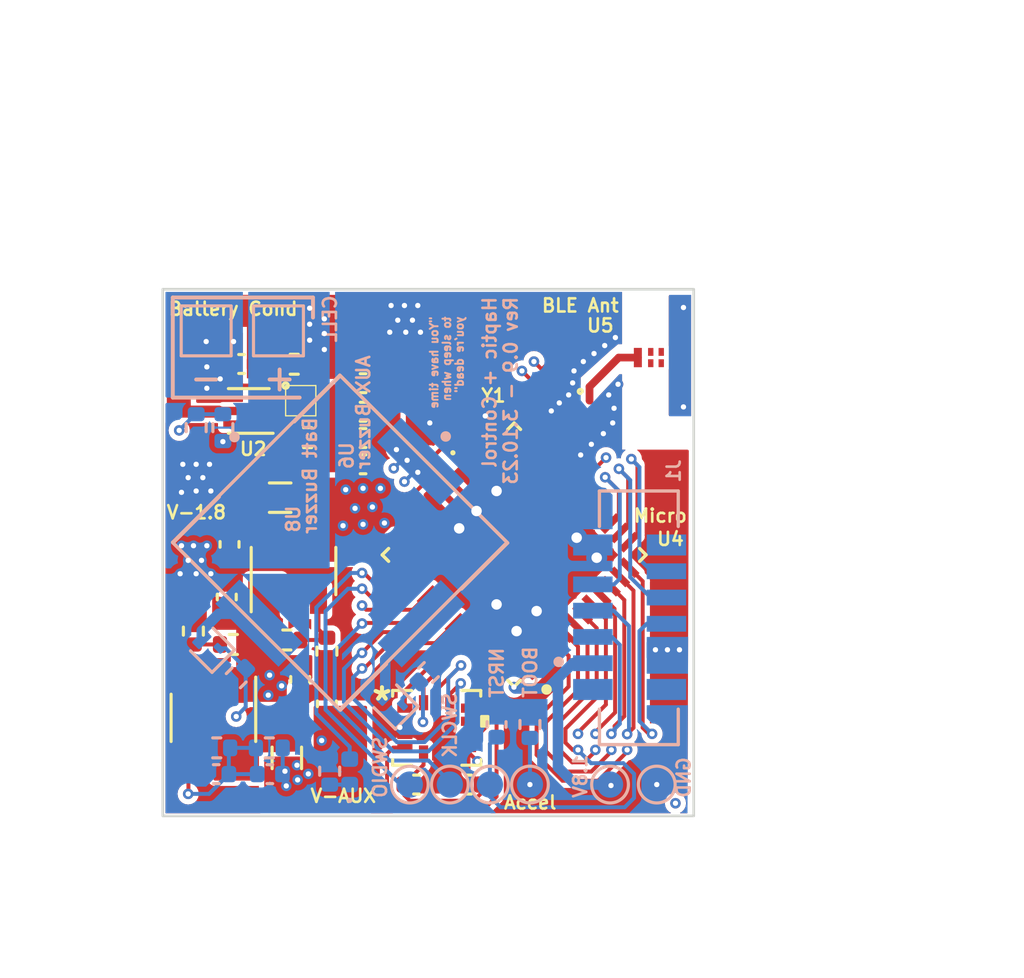
<source format=kicad_pcb>
(kicad_pcb (version 20211014) (generator pcbnew)
  (layers (0 "F.Cu" signal) (1 "In1.Cu" signal) (2 "In2.Cu" signal) (31 "B.Cu" signal) (34 "B.Paste" user) (35 "F.Paste" user) (36 "B.SilkS" user "B.Silkscreen") (37 "F.SilkS" user "F.Silkscreen") (38 "B.Mask" user) (39 "F.Mask" user) (44 "Edge.Cuts" user))
  (net 0 "")
  (net 1 "+BATT")
  (net 2 "GND")
  (net 3 "/CELL-")
  (net 4 "+1V8")
  (net 5 "/NRST")
  (net 6 "Net-(D1-Pad1)")
  (net 7 "/LED_DEBUG")
  (net 8 "/VBATT_BUZZER_LSD")
  (net 9 "/VAUX_BUZZER_LSD")
  (net 10 "/BATT_LVL")
  (net 11 "/ADC_IN_3")
  (net 12 "/ADC_IN_2")
  (net 13 "/BOOT0")
  (net 14 "/SWDIO")
  (net 15 "/SWCLK")
  (net 16 "/ADC_IN_0")
  (net 17 "/ADC_IN_1")
  (net 19 "/RF1")
  (net 20 "/MOSI")
  (net 21 "/SCK")
  (net 22 "/CS")
  (net 25 "/LSM_INT2")
  (net 26 "/LSM_INT1")
  (net 27 "/MISO")
  (net 41 "/RAD_PLANE")
  (net 42 "VAUX")
  (net 43 "/RF_FILT")
  (net 44 "/BATT_FILT")
  (net 45 "/XTAL_FILT1")
  (net 46 "/XTAL_FILT3")
  (net 47 "/VFB_AUX")
  (net 48 "/VSW_AUX")
  (net 49 "/C_GATE")
  (net 50 "/D_GATE")
  (net 51 "/BATT_BUZZER_DRAIN")
  (net 52 "/AUX_BUZZER_DRAIN")
  (net 53 "/VEN_AUX")
  (net 54 "/VEN_1V8")
  (net 55 "/VSW_1V8")
  (net 56 "/DIO_0")
  (net 57 "/DIO_1")
  (net 62 "/V_SENSE-")
  (footprint "Capacitor_SMD:C_0402_1005Metric" (layer "F.Cu") (at 37.0218 44.1452 180)
    (fp_text reference "C3" hide)
    (fp_text value "C_100nF")
  )
  (footprint "Resistor_SMD:R_0402_1005Metric" (layer "F.Cu") (at 30.899 30.9372 180)
    (fp_text reference "R2" hide)
    (fp_text value "R_2.2K")
  )
  (footprint "Capacitor_SMD:C_0402_1005Metric" (layer "F.Cu") (at 33.0098 30.9532 180)
    (fp_text reference "C12" hide)
    (fp_text value "C_100nF")
  )
  (footprint "step_footprints:SOT-23-5" (layer "F.Cu") (at 27.3158 41.6052 -90)
    (fp_text reference "U7" hide)
    (fp_text value "LM3671TL-ADJ/NOPB")
  )
  (footprint "step_footprints:AOCA32116E" (layer "F.Cu") (at 30.3139 29.5315 -90)
    (fp_text reference "Q1" hide)
    (fp_text value "AOCA32116E")
  )
  (footprint "step_footprints:QFN50P700X700X60-49N" (layer "F.Cu") (at 38.758855 35.402041 135)
    (fp_text reference "U4")
    (fp_text value "STM32WB55CEU6TR")
  )
  (footprint "Capacitor_SMD:C_0201_0603Metric" (layer "F.Cu") (at 39.7154 29.1084 -45)
    (fp_text reference "C11" hide)
    (fp_text value "C_100pF")
  )
  (footprint "Capacitor_SMD:C_0201_0603Metric" (layer "F.Cu") (at 40.245731 28.57807 -45)
    (fp_text reference "C13" hide)
    (fp_text value "C_100nF")
  )
  (footprint "Capacitor_SMD:C_0402_1005Metric" (layer "F.Cu") (at 27.9298 35.0012 -90)
    (fp_text reference "C5" hide)
    (fp_text value "C_10uF")
  )
  (footprint "Resistor_SMD:R_0402_1005Metric" (layer "F.Cu") (at 26.5538 38.3032 -90)
    (fp_text reference "R14" hide)
    (fp_text value "R_X")
  )
  (footprint "step_footprints:SOT-23-5" (layer "F.Cu") (at 30.3638 36.0172 90)
    (fp_text reference "U3" hide)
    (fp_text value "LM3671TL-1V8/NOPB")
  )
  (footprint "Capacitor_SMD:C_0402_1005Metric" (layer "F.Cu") (at 31.6338 41.0692 90)
    (fp_text reference "C18" hide)
    (fp_text value "C_10uF")
  )
  (footprint "Resistor_SMD:R_0402_1005Metric" (layer "F.Cu") (at 31.6338 39.0652 90)
    (fp_text reference "R16" hide)
    (fp_text value "R_X")
  )
  (footprint "Capacitor_SMD:C_0402_1005Metric" (layer "F.Cu") (at 30.6178 40.1412 -90)
    (fp_text reference "C15" hide)
    (fp_text value "C_4.7uF")
  )
  (footprint "step_footprints:LSM6DSO32TR" (layer "F.Cu") (at 35.811801 41.9862)
    (fp_text reference "U1" hide)
    (fp_text value "LSM6DSO32TR" hide)
  )
  (footprint "step_footprints:OSCSC105P160X120X35-4N" (layer "F.Cu") (at 36.570006 30.241929 45)
    (fp_text reference "Y1")
    (fp_text value "NX1612SA-32.000MHZ-CHP-CIS-3")
  )
  (footprint "Inductor_SMD:L_0805_2012Metric_Pad1.05x1.20mm_HandSolder" (layer "F.Cu") (at 29.8558 33.2232)
    (fp_text reference "L1" hide)
    (fp_text value "L_2.2uH")
  )
  (footprint "Resistor_SMD:R_0402_1005Metric" (layer "F.Cu") (at 28.0758 38.8112)
    (fp_text reference "R13" hide)
    (fp_text value "R_10k")
  )
  (footprint "Capacitor_SMD:C_0402_1005Metric" (layer "F.Cu") (at 27.8238 37.0052 90)
    (fp_text reference "C1" hide)
    (fp_text value "C_4.7uF")
  )
  (footprint "Capacitor_SMD:C_0402_1005Metric" (layer "F.Cu") (at 33.0098 31.9532 180)
    (fp_text reference "C14" hide)
    (fp_text value "C_100nF")
  )
  (footprint "Resistor_SMD:R_0402_1005Metric" (layer "F.Cu") (at 30.391 28.1432)
    (fp_text reference "R1" hide)
    (fp_text value "R_330")
  )
  (footprint "Capacitor_SMD:C_0402_1005Metric" (layer "F.Cu") (at 33.0098 29.9532 180)
    (fp_text reference "C10" hide)
    (fp_text value "C_100nF")
  )
  (footprint "Capacitor_SMD:C_0402_1005Metric" (layer "F.Cu") (at 28.387 28.1332 180)
    (fp_text reference "C2" hide)
    (fp_text value "C_0.1uF")
  )
  (footprint "Capacitor_SMD:C_0201_0603Metric" (layer "F.Cu") (at 35.539752 29.169248 -135)
    (fp_text reference "C8" hide)
    (fp_text value "C_100pF")
  )
  (footprint "Resistor_SMD:R_0402_1005Metric" (layer "F.Cu") (at 30.1098 38.6412 180)
    (fp_text reference "R15" hide)
    (fp_text value "R_10k")
  )
  (footprint "Inductor_SMD:L_0805_2012Metric_Pad1.05x1.20mm_HandSolder" (layer "F.Cu") (at 30.1098 43.1292 -90)
    (fp_text reference "L2" hide)
    (fp_text value "L_2.2uH")
  )
  (footprint "Package_SON:WSON-6_1.5x1.5mm_P0.5mm" (layer "F.Cu") (at 28.641 29.9212 180)
    (fp_text reference "U2")
    (fp_text value "BQ297xy")
  )
  (footprint "Capacitor_SMD:C_0402_1005Metric" (layer "F.Cu") (at 35.0418 44.1452)
    (fp_text reference "C4" hide)
    (fp_text value "C_100nF")
  )
  (footprint "step_footprints:ANT016008LCS2442MA2" (layer "F.Cu") (at 44.156199 27.8892 180)
    (fp_text reference "U5")
    (fp_text value "ANT016008LCS2442MA2")
  )
  (footprint "Capacitor_SMD:C_0201_0603Metric" (layer "F.Cu") (at 35.362975 31.467345 135)
    (fp_text reference "C6" hide)
    (fp_text value "C_100pF")
  )
  (footprint "step_footprints:MLPF-WB55-01E3" (layer "F.Cu") (at 41.3918 30.1244 -45)
    (fp_text reference "AE1" hide)
    (fp_text value "MLPF-WB55-01E3" hide)
  )
  (footprint "Capacitor_SMD:C_0402_1005Metric" (layer "F.Cu") (at 33.0098 28.865364 180)
    (fp_text reference "C9" hide)
    (fp_text value "C_100nF")
  )
  (footprint "Package_TO_SOT_SMD:SOT-883" (layer "B.Cu") (at 34.100649 41.030735 135)
    (fp_text reference "Q2" hide)
    (fp_text value "SSM3K35CTC")
  )
  (footprint "Resistor_SMD:R_0402_1005Metric" (layer "B.Cu") (at 27.6758 30.5562 -90)
    (fp_text reference "R4" hide)
    (fp_text value "R_100K")
  )
  (footprint "Resistor_SMD:R_0402_1005Metric" (layer "B.Cu") (at 39.3598 41.8592 -90)
    (fp_text reference "R10" hide)
    (fp_text value "R_10K")
  )
  (footprint "step_footprints:SPKR_PKMCS0909E4000-R1" (layer "B.Cu") (at 32.124993 34.924161 -135)
    (fp_text reference "U6")
    (fp_text value "PKMCS0909E4000-R1")
  )
  (footprint "Capacitor_SMD:C_0402_1005Metric" (layer "B.Cu") (at 38.0898 41.8592 90)
    (fp_text reference "C7" hide)
    (fp_text value "C_10nF")
  )
  (footprint "TestPoint:TestPoint_Pad_D1.0mm" (layer "B.Cu") (at 44.1858 44.1452 180)
    (fp_text reference "TP8" hide)
    (fp_text value "Test_Point_SMD")
  )
  (footprint "Resistor_SMD:R_0402_1005Metric" (layer "B.Cu") (at 35.499 39.878 -135)
    (fp_text reference "R11" hide)
    (fp_text value "R_10K")
  )
  (footprint "Resistor_SMD:R_0402_1005Metric" (layer "B.Cu") (at 31.7398 43.6372 90)
    (fp_text reference "R5" hide)
    (fp_text value "R_1K")
  )
  (footprint "Resistor_SMD:R_0402_1005Metric" (layer "B.Cu") (at 27.4428 42.7482)
    (fp_text reference "R18" hide)
    (fp_text value "R_X")
  )
  (footprint "Package_TO_SOT_SMD:SOT-883" (layer "B.Cu") (at 27.121838 38.870188 135)
    (fp_text reference "Q3" hide)
    (fp_text value "SSM3K35CTC")
  )
  (footprint "TestPoint:TestPoint_Pad_D1.0mm" (layer "B.Cu") (at 37.8358 44.1452 180)
    (fp_text reference "TP3" hide)
    (fp_text value "Test_Point_SMD")
  )
  (footprint "LED_SMD:LED_0402_1005Metric" (layer "B.Cu") (at 32.5018 43.6602 90)
    (fp_text reference "D1" hide)
    (fp_text value "LED_Amber")
  )
  (footprint "TestPoint:TestPoint_Pad_D1.0mm" (layer "B.Cu") (at 36.3118 44.1452 180)
    (fp_text reference "TP5" hide)
    (fp_text value "Test_Point_SMD")
  )
  (footprint "step_footprints:SPKR_PKMCS0909E4000-R1" (layer "B.Cu") (at 32.14762 34.946789 -45)
    (fp_text reference "U8")
    (fp_text value "PKMCS0909E4000-R1")
  )
  (footprint "TestPoint:TestPoint_Pad_D1.0mm" (layer "B.Cu") (at 42.4078 44.1452 180)
    (fp_text reference "TP7" hide)
    (fp_text value "Test_Point_SMD")
  )
  (footprint "TestPoint:TestPoint_Pad_D1.0mm" (layer "B.Cu") (at 39.3598 44.1452 180)
    (fp_text reference "TP6" hide)
    (fp_text value "Test_Point_SMD")
  )
  (footprint "TestPoint:TestPoint_Pad_1.5x1.5mm" (layer "B.Cu") (at 29.7908 26.8732 180)
    (fp_text reference "TP2" hide)
    (fp_text value "Test_Point_SMD")
  )
  (footprint "Resistor_SMD:R_0402_1005Metric" (layer "B.Cu") (at 29.4428 42.7482)
    (fp_text reference "R17" hide)
    (fp_text value "R_10k")
  )
  (footprint "step_footprints:tbf" (layer "B.Cu") (at 43.2933 37.7952)
    (fp_text reference "J1")
    (fp_text value "CONN_FFC_FPC_VERT_8POS_0.5MM_SMD")
  )
  (footprint "TestPoint:TestPoint_Pad_1.5x1.5mm" (layer "B.Cu") (at 27.0408 26.8732 180)
    (fp_text reference "TP1" hide)
    (fp_text value "Test_Point_SMD")
  )
  (footprint "Resistor_SMD:R_0402_1005Metric" (layer "B.Cu") (at 28.1838 40.0812 45)
    (fp_text reference "R12" hide)
    (fp_text value "R_10K")
  )
  (footprint "TestPoint:TestPoint_Pad_D1.0mm" (layer "B.Cu") (at 34.7878 44.1452 180)
    (fp_text reference "TP4" hide)
    (fp_text value "Test_Point_SMD")
  )
  (footprint "Capacitor_SMD:C_0402_1005Metric" (layer "B.Cu") (at 27.4228 43.7482 180)
    (fp_text reference "C17" hide)
    (fp_text value "C_XF")
  )
  (footprint "Capacitor_SMD:C_0402_1005Metric" (layer "B.Cu") (at 29.4628 43.7482 180)
    (fp_text reference "C16" hide)
    (fp_text value "C_XF")
  )
  (footprint "Resistor_SMD:R_0402_1005Metric" (layer "B.Cu") (at 26.6598 30.5562 90)
    (fp_text reference "R3" hide)
    (fp_text value "R_200K")
  )
  (gr_line (start 31.1048 26.3652) (end 31.1048 25.6032) (layer "B.SilkS") (width 0.15))
  (gr_line (start 25.7708 29.4132) (end 30.5968 29.4132) (layer "B.SilkS") (width 0.15))
  (gr_line (start 25.7708 25.6032) (end 25.7708 29.4132) (layer "B.SilkS") (width 0.15))
  (gr_line (start 31.1048 25.6032) (end 25.7708 25.6032) (layer "B.SilkS") (width 0.15))
  (gr_rect (start 25.3898 25.2882) (end 45.593 45.339) (layer "Edge.Cuts") (width 0.1) (fill none))
  (gr_text "NRST" (at 38.1 40.894 90) (layer "B.SilkS") (effects (font (size 0.5 0.5) (thickness 0.1)) (justify right mirror)))
  (gr_text "GND" (at 45.212 44.704 90) (layer "B.SilkS") (effects (font (size 0.5 0.5) (thickness 0.1)) (justify right mirror)))
  (gr_text "+" (at 29.8348 28.6512) (layer "B.SilkS") (effects (font (size 1 1)) (justify mirror)))
  (gr_text "{dblquote}You have time\nto sleep when\nyou're dead{dblquote}" (at 36.195 26.289 90) (layer "B.SilkS") (effects (font (size 0.3 0.3) (thickness 0.075)) (justify left mirror)))
  (gr_text "-" (at 27.0408 28.6512) (layer "B.SilkS") (effects (font (size 1 1)) (justify mirror)))
  (gr_text "SWCLK" (at 36.3118 43.18 90) (layer "B.SilkS") (effects (font (size 0.5 0.5) (thickness 0.1)) (justify right mirror)))
  (gr_text "AUX Buzzer" (at 33.02 29.972 90) (layer "B.SilkS") (effects (font (size 0.5 0.5) (thickness 0.1)) (justify mirror)))
  (gr_text "BOOT" (at 39.37 40.894 90) (layer "B.SilkS") (effects (font (size 0.5 0.5) (thickness 0.1)) (justify right mirror)))
  (gr_text "SWDIO" (at 33.655 44.704 90) (layer "B.SilkS") (effects (font (size 0.5 0.5) (thickness 0.1)) (justify right mirror)))
  (gr_text "Batt Buzzer" (at 30.988 32.385 90) (layer "B.SilkS") (effects (font (size 0.5 0.5) (thickness 0.1)) (justify mirror)))
  (gr_text "Haptic + Control\nRev 0.9 - 3.10.23" (at 38.227 25.527 90) (layer "B.SilkS") (effects (font (size 0.5 0.5) (thickness 0.1)) (justify left mirror)))
  (gr_text "1.8V" (at 41.275 44.704 90) (layer "B.SilkS") (effects (font (size 0.5 0.5) (thickness 0.1)) (justify right mirror)))
  (gr_text "CELL" (at 31.75 26.416 90) (layer "B.SilkS") (effects (font (size 0.5 0.5) (thickness 0.1)) (justify mirror)))
  (gr_text "Accel" (at 39.37 44.831) (layer "F.SilkS") (effects (font (size 0.5 0.5) (thickness 0.1))))
  (gr_text "V-AUX" (at 32.258 44.577) (layer "F.SilkS") (effects (font (size 0.5 0.5) (thickness 0.1))))
  (gr_text "Micro" (at 44.323 33.909) (layer "F.SilkS") (effects (font (size 0.5 0.5) (thickness 0.1))))
  (gr_text "BLE Ant" (at 41.275 25.908) (layer "F.SilkS") (effects (font (size 0.5 0.5) (thickness 0.1))))
  (gr_text "Battery Cond" (at 28.067 26.035) (layer "F.SilkS") (effects (font (size 0.5 0.5) (thickness 0.1))))
  (gr_text "V-1.8" (at 26.67 33.782) (layer "F.SilkS") (effects (font (size 0.5 0.5) (thickness 0.1))))
  (via (at 26.6598 31.9532) (size 0.4) (drill 0.2) (layers "F.Cu" "B.Cu") (net 1))
  (via (at 31.5366 26.416) (size 0.4) (drill 0.2) (layers "F.Cu" "B.Cu") (net 1))
  (via (at 27.1678 31.9532) (size 0.4) (drill 0.2) (layers "F.Cu" "B.Cu") (net 1))
  (via (at 29.911 40.386) (size 0.4) (drill 0.2) (layers "F.Cu" "B.Cu") (net 1))
  (via (at 30.9778 27.2288) (size 0.4) (drill 0.2) (layers "F.Cu" "B.Cu") (net 1))
  (via (at 26.6598 32.9692) (size 0.4) (drill 0.2) (layers "F.Cu" "B.Cu") (net 1))
  (via (at 30.9778 26.0096) (size 0.4) (drill 0.2) (layers "F.Cu" "B.Cu") (net 1))
  (via (at 31.5366 27.5844) (size 0.4) (drill 0.2) (layers "F.Cu" "B.Cu") (net 1))
  (via (at 26.9138 32.4612) (size 0.4) (drill 0.2) (layers "F.Cu" "B.Cu") (net 1))
  (via (at 26.355 32.4612) (size 0.4) (drill 0.2) (layers "F.Cu" "B.Cu") (net 1))
  (via (at 29.403 40.7416) (size 0.4) (drill 0.2) (layers "F.Cu" "B.Cu") (net 1))
  (via (at 26.101 33.02) (size 0.4) (drill 0.2) (layers "F.Cu" "B.Cu") (net 1))
  (via (at 29.4538 39.9796) (size 0.4) (drill 0.2) (layers "F.Cu" "B.Cu") (net 1))
  (via (at 31.5366 26.9748) (size 0.4) (drill 0.2) (layers "F.Cu" "B.Cu") (net 1))
  (via (at 27.2186 32.9692) (size 0.4) (drill 0.2) (layers "F.Cu" "B.Cu") (net 1))
  (via (at 26.1518 31.9532) (size 0.4) (drill 0.2) (layers "F.Cu" "B.Cu") (net 1))
  (via (at 30.9778 26.6192) (size 0.4) (drill 0.2) (layers "F.Cu" "B.Cu") (net 1))
  (segment (start 36.6674 34.3916) (end 37.677841 35.402041) (width 0.15) (layer "F.Cu") (net 2))
  (segment (start 36.1594 33.8836) (end 36.6674 34.3916) (width 0.15) (layer "F.Cu") (net 2))
  (segment (start 40.2686 31.417422) (end 40.2686 30.4236) (width 0.15) (layer "F.Cu") (net 2))
  (segment (start 35.93361 30.444162) (end 35.136701 31.241071) (width 0.15) (layer "F.Cu") (net 2))
  (segment (start 39.563 29.718) (end 39.563 29.713348) (width 0.15) (layer "F.Cu") (net 2))
  (segment (start 38.758855 32.927167) (end 38.758855 35.402041) (width 0.15) (layer "F.Cu") (net 2))
  (segment (start 40.472005 28.804344) (end 39.941674 29.334674) (width 0.15) (layer "F.Cu") (net 2))
  (segment (start 35.93361 30.347995) (end 35.93361 30.015654) (width 0.15) (layer "F.Cu") (net 2))
  (segment (start 37.677841 35.402041) (end 38.758855 35.402041) (width 0.15) (layer "F.Cu") (net 2))
  (segment (start 35.93361 30.015654) (end 35.313478 29.395522) (width 0.15) (layer "F.Cu") (net 2))
  (segment (start 36.3118 43.9152) (end 36.5418 44.1452) (width 0.15) (layer "F.Cu") (net 2))
  (segment (start 35.580205 30.347995) (end 35.5498 30.3784) (width 0.15) (layer "F.Cu") (net 2))
  (segment (start 35.811801 42.9425) (end 35.811801 42.428441) (width 0.15) (layer "F.Cu") (net 2))
  (segment (start 36.1594 33.863246) (end 36.1594 33.8836) (width 0.15) (layer "F.Cu") (net 2))
  (segment (start 39.95033 31.735692) (end 40.2686 31.417422) (width 0.15) (layer "F.Cu") (net 2))
  (segment (start 35.799613 33.503459) (end 36.1594 33.863246) (width 0.15) (layer "F.Cu") (net 2))
  (segment (start 39.95033 31.735692) (end 38.758855 32.927167) (width 0.15) (layer "F.Cu") (net 2))
  (segment (start 37.206402 30.135863) (end 37.635522 30.135863) (width 0.15) (layer "F.Cu") (net 2))
  (segment (start 35.93361 30.347995) (end 35.580205 30.347995) (width 0.15) (layer "F.Cu") (net 2))
  (segment (start 37.635522 30.135863) (end 37.65987 30.111515) (width 0.15) (layer "F.Cu") (net 2))
  (segment (start 34.601501 42.2362) (end 34.601501 41.7362) (width 0.15) (layer "F.Cu") (net 2))
  (segment (start 39.563 29.713348) (end 39.941674 29.334674) (width 0.15) (layer "F.Cu") (net 2))
  (segment (start 36.3118 42.9425) (end 36.3118 43.9152) (width 0.15) (layer "F.Cu") (net 2))
  (segment (start 35.811801 43.855199) (end 35.5218 44.1452) (width 0.15) (layer "F.Cu") (net 2))
  (segment (start 36.3118 42.9425) (end 35.811801 42.9425) (width 0.15) (layer "F.Cu") (net 2))
  (segment (start 40.2686 30.4236) (end 39.563 29.718) (width 0.15) (layer "F.Cu") (net 2))
  (segment (start 35.61956 42.2362) (end 34.601501 42.2362) (width 0.15) (layer "F.Cu") (net 2))
  (segment (start 35.811801 42.9425) (end 35.811801 43.855199) (width 0.15) (layer "F.Cu") (net 2))
  (segment (start 35.93361 30.347995) (end 35.93361 30.444162) (width 0.15) (layer "F.Cu") (net 2))
  (segment (start 35.811801 42.428441) (end 35.61956 42.2362) (width 0.15) (layer "F.Cu") (net 2))
  (via (at 41.6966 31.1912) (size 0.4) (drill 0.2) (layers "F.Cu" "B.Cu") (net 2))
  (via (at 42.1538 30.7848) (size 0.4) (drill 0.2) (layers "F.Cu" "B.Cu") (net 2))
  (via (at 26.101 35.052) (size 0.4) (drill 0.2) (layers "F.Cu" "B.Cu") (net 2))
  (via (at 27.6758 31.0896) (size 0.4) (drill 0.2) (layers "F.Cu" "B.Cu") (net 2))
  (via (at 34.5846 25.908) (size 0.4) (drill 0.2) (layers "F.Cu" "B.Cu") (net 2))
  (via (at 37.3278 33.7312) (size 0.8) (drill 0.4) (layers "F.Cu" "B.Cu") (net 2))
  (via (at 35.0926 25.908) (size 0.4) (drill 0.2) (layers "F.Cu" "B.Cu") (net 2))
  (via (at 35.5498 30.3784) (size 0.4) (drill 0.2) (layers "F.Cu" "B.Cu") (net 2))
  (via (at 26.0502 36.1188) (size 0.4) (drill 0.2) (layers "F.Cu" "B.Cu") (net 2))
  (via (at 39.6138 37.5412) (size 0.8) (drill 0.4) (layers "F.Cu" "B.Cu") (net 2))
  (via (at 27.0662 35.052) (size 0.4) (drill 0.2) (layers "F.Cu" "B.Cu") (net 2))
  (via (at 34.0258 26.924) (size 0.4) (drill 0.2) (layers "F.Cu" "B.Cu") (net 2))
  (via (at 41.7982 27.7368) (size 0.4) (drill 0.2) (layers "F.Cu" "B.Cu") (net 2))
  (via (at 26.5582 35.052) (size 0.4) (drill 0.2) (layers "F.Cu" "B.Cu") (net 2))
  (via (at 40.9854 28.8544) (size 0.4) (drill 0.2) (layers "F.Cu" "B.Cu") (net 2))
  (via (at 34.3306 26.4668) (size 0.4) (drill 0.2) (layers "F.Cu" "B.Cu") (net 2))
  (via (at 26.863 35.6108) (size 0.4) (drill 0.2) (layers "F.Cu" "B.Cu") (net 2))
  (via (at 41.1378 34.7472) (size 0.8) (drill 0.4) (layers "F.Cu" "B.Cu") (net 2))
  (via (at 41.2902 31.5976) (size 0.4) (drill 0.2) (layers "F.Cu" "B.Cu") (net 2))
  (via (at 41.8998 35.5092) (size 0.8) (drill 0.4) (layers "F.Cu" "B.Cu") (net 2))
  (via (at 42.357 29.3116) (size 0.4) (drill 0.2) (layers "F.Cu" "B.Cu") (net 2))
  (via (at 38.8518 38.3032) (size 0.8) (drill 0.4) (layers "F.Cu" "B.Cu") (net 2))
  (via (at 34.0766 25.908) (size 0.4) (drill 0.2) (layers "F.Cu" "B.Cu") (net 2))
  (via (at 44.1858 44.1452) (size 0.4) (drill 0.2) (layers "F.Cu" "B.Cu") (net 2))
  (via (at 42.2046 27.432) (size 0.4) (drill 0.2) (layers "F.Cu" "B.Cu") (net 2))
  (via (at 40.1726 29.9212) (size 0.4) (drill 0.2) (layers "F.Cu" "B.Cu") (net 2))
  (via (at 35.1942 26.924) (size 0.4) (drill 0.2) (layers "F.Cu" "B.Cu") (net 2))
  (via (at 44.135 39.0144) (size 0.4) (drill 0.2) (layers "F.Cu" "B.Cu") (net 2))
  (via (at 42.5602 29.8196) (size 0.4) (drill 0.2) (layers "F.Cu" "B.Cu") (net 2))
  (via (at 41.0362 28.3972) (size 0.4) (drill 0.2) (layers "F.Cu" "B.Cu") (net 2))
  (via (at 44.5922 39.0144) (size 0.4) (drill 0.2) (layers "F.Cu" "B.Cu") (net 2))
  (via (at 40.833 29.3116) (size 0.4) (drill 0.2) (layers "F.Cu" "B.Cu") (net 2))
  (via (at 41.3918 28.0416) (size 0.4) (drill 0.2) (layers "F.Cu" "B.Cu") (net 2))
  (via (at 45.0494 39.0144) (size 0.4) (drill 0.2) (layers "F.Cu" "B.Cu") (net 2))
  (via (at 27.2186 36.1188) (size 0.4) (drill 0.2) (layers "F.Cu" "B.Cu") (net 2))
  (via (at 38.0898 37.2872) (size 0.8) (drill 0.4) (layers "F.Cu" "B.Cu") (net 2))
  (via (at 26.355 35.6108) (size 0.4) (drill 0.2) (layers "F.Cu" "B.Cu") (net 2))
  (via (at 42.611 27.1272) (size 0.4) (drill 0.2) (layers "F.Cu" "B.Cu") (net 2))
  (via (at 37.65987 30.111515) (size 0.4) (drill 0.2) (layers "F.Cu" "B.Cu") (net 2))
  (via (at 36.6674 34.3916) (size 0.8) (drill 0.4) (layers "F.Cu" "B.Cu") (net 2))
  (via (at 40.4774 29.6164) (size 0.4) (drill 0.2) (layers "F.Cu" "B.Cu") (net 2))
  (via (at 38.0898 32.9692) (size 0.8) (drill 0.4) (layers "F.Cu" "B.Cu") (net 2))
  (via (at 34.411458 41.96849) (size 0.4) (drill 0.2) (layers "F.Cu" "B.Cu") (net 2))
  (via (at 42.5094 30.3784) (size 0.4) (drill 0.2) (layers "F.Cu" "B.Cu") (net 2))
  (via (at 26.6598 36.1188) (size 0.4) (drill 0.2) (layers "F.Cu" "B.Cu") (net 2))
  (via (at 42.7126 28.9052) (size 0.4) (drill 0.2) (layers "F.Cu" "B.Cu") (net 2))
  (via (at 34.6354 26.924) (size 0.4) (drill 0.2) (layers "F.Cu" "B.Cu") (net 2))
  (via (at 34.8894 26.4668) (size 0.4) (drill 0.2) (layers "F.Cu" "B.Cu") (net 2))
  (segment (start 34.189037 41.437321) (end 34.189037 41.746069) (width 0.15) (layer "B.Cu") (net 2))
  (segment (start 34.189037 41.746069) (end 34.411458 41.96849) (width 0.15) (layer "B.Cu") (net 2))
  (segment (start 28.4378 28.956) (end 28.066 29.3278) (width 0.15) (layer "F.Cu") (net 3))
  (segment (start 28.066 29.3278) (end 28.066 29.4212) (width 0.15) (layer "F.Cu") (net 3))
  (segment (start 30.3139 29.2065) (end 30.0634 28.956) (width 0.15) (layer "F.Cu") (net 3))
  (segment (start 30.0634 28.956) (end 28.4378 28.956) (width 0.15) (layer "F.Cu") (net 3))
  (via (at 27.0662 28.2448) (size 0.4) (drill 0.2) (layers "F.Cu" "B.Cu") (net 3))
  (via (at 28.0822 27.2796) (size 0.4) (drill 0.2) (layers "F.Cu" "B.Cu") (net 3))
  (via (at 27.5742 28.702) (size 0.4) (drill 0.2) (layers "F.Cu" "B.Cu") (net 3))
  (via (at 27.0408 27.2796) (size 0.4) (drill 0.2) (layers "F.Cu" "B.Cu") (net 3))
  (via (at 27.0662 29.0576) (size 0.4) (drill 0.2) (layers "F.Cu" "B.Cu") (net 3))
  (segment (start 30.7746 32.1564) (end 31.0058 32.3876) (width 0.15) (layer "F.Cu") (net 4))
  (segment (start 35.0418 32.9692) (end 35.0418 33.5788) (width 0.15) (layer "F.Cu") (net 4))
  (segment (start 39.9186 30.5816) (end 39.1566 29.8196) (width 0.15) (layer "F.Cu") (net 4))
  (segment (start 37.022101 43.665501) (end 37.022101 42.736201) (width 0.15) (layer "F.Cu") (net 4))
  (segment (start 37.5018 44.1452) (end 37.5018 44.4792) (width 0.15) (layer "F.Cu") (net 4))
  (segment (start 34.5846 44.168) (end 34.5618 44.1452) (width 0.15) (layer "F.Cu") (net 4))
  (segment (start 36.153167 33.149906) (end 36.153167 33.115367) (width 0.15) (layer "F.Cu") (net 4))
  (segment (start 39.1566 29.8196) (end 39.1566 29.214652) (width 0.15) (layer "F.Cu") (net 4))
  (segment (start 37.2206 44.7604) (end 34.7934 44.7604) (width 0.15) (layer "F.Cu") (net 4))
  (segment (start 37.022101 42.920185) (end 37.3613 43.259384) (width 0.15) (layer "F.Cu") (net 4))
  (segment (start 41.718097 37.300623) (end 41.718097 37.308697) (width 0.15) (layer "F.Cu") (net 4))
  (segment (start 35.311802 43.395198) (end 35.311802 42.9425) (width 0.15) (layer "F.Cu") (net 4))
  (segment (start 39.489126 28.882126) (end 39.489126 28.831326) (width 0.15) (layer "F.Cu") (net 4))
  (segment (start 39.596777 31.382139) (end 39.596777 31.309823) (width 0.15) (layer "F.Cu") (net 4))
  (segment (start 42.2498 41.1028) (end 41.1886 42.164) (width 0.15) (layer "F.Cu") (net 4))
  (segment (start 39.489126 28.831326) (end 39.055 28.3972) (width 0.15) (layer "F.Cu") (net 4))
  (segment (start 35.320013 33.857013) (end 35.44606 33.857013) (width 0.15) (layer "F.Cu") (net 4))
  (segment (start 27.9058 34.4972) (end 27.9058 32.282) (width 0.15) (layer "F.Cu") (net 4))
  (segment (start 39.243223 39.943777) (end 38.7502 40.4368) (width 0.15) (layer "F.Cu") (net 4))
  (segment (start 31.0058 32.3876) (end 31.0058 33.2232) (width 0.15) (layer "F.Cu") (net 4))
  (segment (start 27.9058 32.282) (end 28.0314 32.1564) (width 0.15) (layer "F.Cu") (net 4))
  (segment (start 33.131363 37.4904) (end 34.902729 37.4904) (width 0.15) (layer "F.Cu") (net 4))
  (segment (start 39.9186 30.988) (end 39.9186 30.5816) (width 0.15) (layer "F.Cu") (net 4))
  (segment (start 35.0418 33.5788) (end 35.320013 33.857013) (width 0.15) (layer "F.Cu") (net 4))
  (segment (start 34.5618 44.1452) (end 35.311802 43.395198) (width 0.15) (layer "F.Cu") (net 4))
  (segment (start 35.7022 32.6644) (end 35.3466 32.6644) (width 0.15) (layer "F.Cu") (net 4))
  (segment (start 34.902729 37.4904) (end 35.44606 36.947069) (width 0.15) (layer "F.Cu") (net 4))
  (segment (start 39.1566 29.214652) (end 39.489126 28.882126) (width 0.15) (layer "F.Cu") (net 4))
  (segment (start 28.0314 32.1564) (end 30.7746 32.1564) (width 0.15) (layer "F.Cu") (net 4))
  (segment (start 39.596777 31.309823) (end 39.9186 30.988) (width 0.15) (layer "F.Cu") (net 4))
  (segment (start 39.822396 28.351796) (end 39.5122 28.0416) (width 0.15) (layer "F.Cu") (net 4))
  (segment (start 37.5018 44.1452) (end 37.022101 43.665501) (width 0.15) (layer "F.Cu") (net 4))
  (segment (start 41.154916 32.0726) (end 41.374 32.0726) (width 0.15) (layer "F.Cu") (net 4))
  (segment (start 40.657437 32.442799) (end 40.784717 32.442799) (width 0.15) (layer "F.Cu") (net 4))
  (segment (start 36.153167 33.115367) (end 35.7022 32.6644) (width 0.15) (layer "F.Cu") (net 4))
  (segment (start 35.3466 32.6644) (end 35.0418 32.9692) (width 0.15) (layer "F.Cu") (net 4))
  (segment (start 41.882 32.0726) (end 42.2554 31.6992) (width 0.15) (layer "F.Cu") (net 4))
  (segment (start 37.5018 44.4792) (end 37.2206 44.7604) (width 0.15) (layer "F.Cu") (net 4))
  (segment (start 41.374 32.0726) (end 41.882 32.0726) (width 0.15) (layer "F.Cu") (net 4))
  (segment (start 34.5846 44.5516) (end 34.5846 44.168) (width 0.15) (layer "F.Cu") (net 4))
  (segment (start 40.019457 28.351796) (end 39.822396 28.351796) (width 0.15) (layer "F.Cu") (net 4))
  (segment (start 34.7934 44.7604) (end 34.5846 44.5516) (width 0.15) (layer "F.Cu") (net 4))
  (segment (start 37.022101 42.736201) (end 37.022101 42.920185) (width 0.15) (layer "F.Cu") (net 4))
  (segment (start 40.019457 28.351796) (end 39.489126 28.882126) (width 0.15) (layer "F.Cu") (net 4))
  (segment (start 32.971502 37.330539) (end 33.131363 37.4904) (width 0.15) (layer "F.Cu") (net 4))
  (segment (start 42.2498 37.8404) (end 42.2498 41.1028) (width 0.15) (layer "F.Cu") (net 4))
  (segment (start 41.718097 37.308697) (end 42.2498 37.8404) (width 0.15) (layer "F.Cu") (net 4))
  (segment (start 40.784717 32.442799) (end 41.154916 32.0726) (width 0.15) (layer "F.Cu") (net 4))
  (segment (start 39.243223 39.775496) (end 39.243223 39.943777) (width 0.15) (layer "F.Cu") (net 4))
  (segment (start 38.274487 39.775496) (end 39.243223 39.775496) (width 0.15) (layer "F.Cu") (net 4))
  (segment (start 27.9298 34.5212) (end 27.9058 34.4972) (width 0.15) (layer "F.Cu") (net 4))
  (via (at 33.3654 33.5788) (size 0.4) (drill 0.2) (layers "F.Cu" "B.Cu") (net 4))
  (via (at 39.055 28.3972) (size 0.4) (drill 0.2) (layers "F.Cu" "B.Cu") (net 4))
  (via (at 33.0098 34.2392) (size 0.4) (drill 0.2) (layers "F.Cu" "B.Cu") (net 4))
  (via (at 39.5122 28.0416) (size 0.4) (drill 0.2) (layers "F.Cu" "B.Cu") (net 4))
  (via (at 32.3494 32.9184) (size 0.4) (drill 0.2) (layers "F.Cu" "B.Cu") (net 4))
  (via (at 42.2554 31.6992) (size 0.4) (drill 0.2) (layers "F.Cu" "B.Cu") (net 4))
  (via (at 33.6702 32.8676) (size 0.4) (drill 0.2) (layers "F.Cu" "B.Cu") (net 4))
  (via (at 32.2478 34.29) (size 0.4) (drill 0.2) (layers "F.Cu" "B.Cu") (net 4))
  (via (at 41.1886 42.2148) (size 0.4) (drill 0.2) (layers "F.Cu" "B.Cu") (net 4))
  (via (at 32.971502 37.330539) (size 0.4) (drill 0.2) (layers "F.Cu" "B.Cu") (net 4))
  (via (at 33.8226 34.1884) (size 0.4) (drill 0.2) (layers "F.Cu" "B.Cu") (net 4))
  (via (at 33.0098 32.8676) (size 0.4) (drill 0.2) (layers "F.Cu" "B.Cu") (net 4))
  (via (at 37.3613 43.259384) (size 0.4) (drill 0.2) (layers "F.Cu" "B.Cu") (net 4))
  (via (at 42.444005 44.181405) (size 0.4) (drill 0.2) (layers "F.Cu" "B.Cu") (net 4))
  (via (at 32.705 33.6296) (size 0.4) (drill 0.2) (layers "F.Cu" "B.Cu") (net 4))
  (via (at 38.7502 40.4368) (size 0.4) (drill 0.2) (layers "F.Cu" "B.Cu") (net 4))
  (segment (start 38.801 40.4876) (end 38.7502 40.4368) (width 0.4) (layer "B.Cu") (net 4))
  (segment (start 40.99455 39.5252) (end 40.4266 40.09315) (width 0.4) (layer "B.Cu") (net 4))
  (segment (start 40.4266 40.09315) (end 40.4266 43.4848) (width 0.4) (layer "B.Cu") (net 4))
  (segment (start 41.7533 39.5252) (end 40.99455 39.5252) (width 0.4) (layer "B.Cu") (net 4))
  (segment (start 40.4266 40.09315) (end 40.03215 40.4876) (width 0.4) (layer "B.Cu") (net 4))
  (segment (start 41.087 44.1452) (end 42.4078 44.1452) (width 0.4) (layer "B.Cu") (net 4))
  (segment (start 40.4266 43.4848) (end 41.087 44.1452) (width 0.4) (layer "B.Cu") (net 4))
  (segment (start 40.03215 40.4876) (end 38.801 40.4876) (width 0.4) (layer "B.Cu") (net 4))
  (segment (start 41.8998 40.831848) (end 40.7136 42.018048) (width 0.15) (layer "F.Cu") (net 5))
  (segment (start 41.8998 38.189433) (end 41.8998 40.831848) (width 0.15) (layer "F.Cu") (net 5))
  (segment (start 40.7136 42.018048) (end 40.7136 42.5526) (width 0.15) (layer "F.Cu") (net 5))
  (segment (start 40.9854 42.8244) (end 41.1886 42.8244) (width 0.15) (layer "F.Cu") (net 5))
  (segment (start 41.364543 37.654176) (end 41.8998 38.189433) (width 0.15) (layer "F.Cu") (net 5))
  (segment (start 40.7136 42.5526) (end 40.9854 42.8244) (width 0.15) (layer "F.Cu") (net 5))
  (via (at 41.1886 42.8244) (size 0.4) (drill 0.2) (layers "F.Cu" "B.Cu") (net 5))
  (segment (start 42.9158 43.3324) (end 43.3222 43.7388) (width 0.15) (layer "B.Cu") (net 5))
  (segment (start 42.9666 45.0088) (end 38.2422 45.0088) (width 0.15) (layer "B.Cu") (net 5))
  (segment (start 43.3222 44.6532) (end 42.9666 45.0088) (width 0.15) (layer "B.Cu") (net 5))
  (segment (start 41.685248 43.3324) (end 42.9158 43.3324) (width 0.15) (layer "B.Cu") (net 5))
  (segment (start 37.8358 44.6024) (end 37.8358 44.1452) (width 0.15) (layer "B.Cu") (net 5))
  (segment (start 38.0898 42.3392) (end 37.8358 42.5932) (width 0.15) (layer "B.Cu") (net 5))
  (segment (start 37.8358 42.5932) (end 37.8358 44.1452) (width 0.15) (layer "B.Cu") (net 5))
  (segment (start 43.3222 43.7388) (end 43.3222 44.6532) (width 0.15) (layer "B.Cu") (net 5))
  (segment (start 38.2422 45.0088) (end 37.8358 44.6024) (width 0.15) (layer "B.Cu") (net 5))
  (segment (start 41.1886 42.835752) (end 41.685248 43.3324) (width 0.15) (layer "B.Cu") (net 5))
  (segment (start 41.1886 42.8244) (end 41.1886 42.835752) (width 0.15) (layer "B.Cu") (net 5))
  (segment (start 32.5018 44.1452) (end 31.7418 44.1452) (width 0.15) (layer "B.Cu") (net 6))
  (segment (start 31.7418 44.1452) (end 31.7398 44.1472) (width 0.15) (layer "B.Cu") (net 6))
  (segment (start 33.044114 36.090445) (end 33.478869 36.5252) (width 0.15) (layer "F.Cu") (net 7))
  (segment (start 33.478869 36.5252) (end 33.746609 36.5252) (width 0.15) (layer "F.Cu") (net 7))
  (segment (start 33.746609 36.5252) (end 34.3854 35.886409) (width 0.15) (layer "F.Cu") (net 7))
  (segment (start 32.971502 36.090445) (end 33.044114 36.090445) (width 0.15) (layer "F.Cu") (net 7))
  (via (at 32.971502 36.090445) (size 0.4) (drill 0.2) (layers "F.Cu" "B.Cu") (net 7))
  (segment (start 31.2318 41.439774) (end 32.5018 42.709774) (width 0.15) (layer "B.Cu") (net 7))
  (segment (start 31.2318 37.401826) (end 31.2318 41.439774) (width 0.15) (layer "B.Cu") (net 7))
  (segment (start 32.543181 36.090445) (end 31.2318 37.401826) (width 0.15) (layer "B.Cu") (net 7))
  (segment (start 32.971502 36.090445) (end 32.543181 36.090445) (width 0.15) (layer "B.Cu") (net 7))
  (segment (start 32.5018 42.709774) (end 32.5018 43.1752) (width 0.15) (layer "B.Cu") (net 7))
  (segment (start 39.9694 42.8752) (end 40.7436 43.6494) (width 0.15) (layer "F.Cu") (net 8))
  (segment (start 39.9694 41.7723) (end 39.9694 42.8752) (width 0.15) (layer "F.Cu") (net 8))
  (segment (start 40.657437 38.361283) (end 41.1886 38.892446) (width 0.15) (layer "F.Cu") (net 8))
  (segment (start 41.695752 43.6494) (end 42.458213 42.886939) (width 0.15) (layer "F.Cu") (net 8))
  (segment (start 41.1886 38.892446) (end 41.1886 40.5531) (width 0.15) (layer "F.Cu") (net 8))
  (segment (start 42.458213 42.886939) (end 42.458213 42.814275) (width 0.15) (layer "F.Cu") (net 8))
  (segment (start 41.1886 40.5531) (end 39.9694 41.7723) (width 0.15) (layer "F.Cu") (net 8))
  (segment (start 40.7436 43.6494) (end 41.695752 43.6494) (width 0.15) (layer "F.Cu") (net 8))
  (via (at 42.458213 42.8244) (size 0.4) (drill 0.2) (layers "F.Cu" "B.Cu") (net 8))
  (via (at 35.289293 41.7617) (size 0.4) (drill 0.2) (layers "F.Cu" "B.Cu") (net 8))
  (segment (start 34.507235 41.119123) (end 34.507235 40.869765) (width 0.15) (layer "B.Cu") (net 8))
  (segment (start 35.289293 41.7617) (end 35.289293 40.389541) (width 0.15) (layer "B.Cu") (net 8))
  (segment (start 34.507235 40.869765) (end 35.138376 40.238624) (width 0.15) (layer "B.Cu") (net 8))
  (segment (start 35.289293 40.389541) (end 35.138376 40.238624) (width 0.15) (layer "B.Cu") (net 8))
  (segment (start 41.849 42.8752) (end 41.4248 43.2994) (width 0.15) (layer "F.Cu") (net 9))
  (segment (start 41.4248 43.2994) (end 40.965426 43.2994) (width 0.15) (layer "F.Cu") (net 9))
  (segment (start 41.5498 38.512) (end 41.045529 38.007729) (width 0.15) (layer "F.Cu") (net 9))
  (segment (start 40.3636 42.697574) (end 40.3636 41.873074) (width 0.15) (layer "F.Cu") (net 9))
  (segment (start 40.3636 41.873074) (end 41.5498 40.686874) (width 0.15) (layer "F.Cu") (net 9))
  (segment (start 41.045529 38.007729) (end 41.01099 38.007729) (width 0.15) (layer "F.Cu") (net 9))
  (segment (start 40.965426 43.2994) (end 40.3636 42.697574) (width 0.15) (layer "F.Cu") (net 9))
  (segment (start 41.5498 40.686874) (end 41.5498 38.512) (width 0.15) (layer "F.Cu") (net 9))
  (via (at 41.849 42.8244) (size 0.4) (drill 0.2) (layers "F.Cu" "B.Cu") (net 9))
  (via (at 28.1838 41.5544) (size 0.4) (drill 0.2) (layers "F.Cu" "B.Cu") (net 9))
  (segment (start 28.1838 41.5544) (end 28.544424 41.193776) (width 0.15) (layer "B.Cu") (net 9))
  (segment (start 27.528424 38.958576) (end 27.782424 38.958576) (width 0.15) (layer "B.Cu") (net 9))
  (segment (start 27.782424 38.958576) (end 28.544424 39.720576) (width 0.15) (layer "B.Cu") (net 9))
  (segment (start 28.544424 41.193776) (end 28.544424 39.720576) (width 0.15) (layer "B.Cu") (net 9))
  (segment (start 42.577 37.452419) (end 42.577 37.672626) (width 0.15) (layer "F.Cu") (net 10))
  (segment (start 42.07165 36.947069) (end 42.577 37.452419) (width 0.15) (layer "F.Cu") (net 10))
  (segment (start 42.577 37.672626) (end 42.5998 37.695426) (width 0.15) (layer "F.Cu") (net 10))
  (segment (start 42.5998 41.401613) (end 41.854323 42.14709) (width 0.15) (layer "F.Cu") (net 10))
  (segment (start 42.5998 37.695426) (end 42.5998 41.401613) (width 0.15) (layer "F.Cu") (net 10))
  (segment (start 41.854323 42.14709) (end 41.854323 42.2143) (width 0.15) (layer "F.Cu") (net 10))
  (via (at 44.897 44.8564) (size 0.4) (drill 0.2) (layers "F.Cu" "B.Cu") (net 10))
  (via (at 26.01326 30.661624) (size 0.4) (drill 0.2) (layers "F.Cu" "B.Cu") (net 10))
  (via (at 41.854323 42.2143) (size 0.4) (drill 0.2) (layers "F.Cu" "B.Cu") (net 10))
  (segment (start 26.01326 30.661624) (end 26.628684 30.0462) (width 0.15) (layer "B.Cu") (net 10))
  (segment (start 26.628684 30.0462) (end 27.6758 30.0462) (width 0.15) (layer "B.Cu") (net 10))
  (segment (start 43.449917 31.985221) (end 43.449917 34.600066) (width 0.15) (layer "F.Cu") (net 11))
  (segment (start 43.217648 31.752952) (end 43.449917 31.985221) (width 0.15) (layer "F.Cu") (net 11))
  (segment (start 43.449917 34.600066) (end 43.13231 34.917673) (width 0.15) (layer "F.Cu") (net 11))
  (via (at 43.217648 31.752952) (size 0.4) (drill 0.2) (layers "F.Cu" "B.Cu") (net 11))
  (segment (start 43.217648 31.752952) (end 43.5254 32.060704) (width 0.15) (layer "B.Cu") (net 11))
  (segment (start 43.5254 35.56) (end 43.9906 36.0252) (width 0.15) (layer "B.Cu") (net 11))
  (segment (start 43.5254 32.060704) (end 43.5254 35.56) (width 0.15) (layer "B.Cu") (net 11))
  (segment (start 43.9906 36.0252) (end 44.5533 36.0252) (width 0.15) (layer "B.Cu") (net 11))
  (segment (start 43.6498 36.403899) (end 43.13231 35.886409) (width 0.15) (layer "F.Cu") (net 12))
  (segment (start 43.882434 42.2148) (end 43.6498 41.982166) (width 0.15) (layer "F.Cu") (net 12))
  (segment (start 44.007274 42.2148) (end 43.882434 42.2148) (width 0.15) (layer "F.Cu") (net 12))
  (segment (start 43.6498 41.982166) (end 43.6498 36.403899) (width 0.15) (layer "F.Cu") (net 12))
  (via (at 44.007274 42.2148) (size 0.4) (drill 0.2) (layers "F.Cu" "B.Cu") (net 12))
  (segment (start 44.007274 42.2148) (end 43.5283 41.735826) (width 0.15) (layer "B.Cu") (net 12))
  (segment (start 43.5283 38.3003) (end 43.8034 38.0252) (width 0.15) (layer "B.Cu") (net 12))
  (segment (start 43.5283 41.735826) (end 43.5283 38.3003) (width 0.15) (layer "B.Cu") (net 12))
  (segment (start 43.8034 38.0252) (end 44.5533 38.0252) (width 0.15) (layer "B.Cu") (net 12))
  (segment (start 39.6138 43.014574) (end 40.598626 43.9994) (width 0.15) (layer "F.Cu") (net 13))
  (segment (start 40.833 39.243953) (end 40.833 40.413726) (width 0.15) (layer "F.Cu") (net 13))
  (segment (start 40.303883 38.714836) (end 40.833 39.243953) (width 0.15) (layer "F.Cu") (net 13))
  (segment (start 43.057713 42.896652) (end 43.057713 42.814302) (width 0.15) (layer "F.Cu") (net 13))
  (segment (start 41.954965 43.9994) (end 43.057713 42.896652) (width 0.15) (layer "F.Cu") (net 13))
  (segment (start 40.598626 43.9994) (end 41.954965 43.9994) (width 0.15) (layer "F.Cu") (net 13))
  (segment (start 40.833 40.413726) (end 39.6138 41.632926) (width 0.15) (layer "F.Cu") (net 13))
  (segment (start 39.6138 41.632926) (end 39.6138 43.014574) (width 0.15) (layer "F.Cu") (net 13))
  (via (at 43.057713 42.8244) (size 0.4) (drill 0.2) (layers "F.Cu" "B.Cu") (net 13))
  (via (at 39.3598 44.1452) (size 0.4) (drill 0.2) (layers "F.Cu" "B.Cu") (net 13))
  (segment (start 39.3598 42.3692) (end 39.3598 44.1452) (width 0.15) (layer "B.Cu") (net 13))
  (segment (start 33.0023 36.689585) (end 33.345915 37.0332) (width 0.15) (layer "F.Cu") (net 14))
  (segment (start 33.345915 37.0332) (end 34.652822 37.0332) (width 0.15) (layer "F.Cu") (net 14))
  (segment (start 34.652822 37.0332) (end 35.092506 36.593516) (width 0.15) (layer "F.Cu") (net 14))
  (via (at 32.971502 36.689585) (size 0.4) (drill 0.2) (layers "F.Cu" "B.Cu") (net 14))
  (segment (start 32.971502 36.689585) (end 32.439015 36.689585) (width 0.15) (layer "B.Cu") (net 14))
  (segment (start 31.5818 41.2948) (end 34.4322 44.1452) (width 0.15) (layer "B.Cu") (net 14))
  (segment (start 34.4322 44.1452) (end 34.7878 44.1452) (width 0.15) (layer "B.Cu") (net 14))
  (segment (start 32.439015 36.689585) (end 31.5818 37.5468) (width 0.15) (layer "B.Cu") (net 14))
  (segment (start 31.5818 37.5468) (end 31.5818 41.2948) (width 0.15) (layer "B.Cu") (net 14))
  (segment (start 32.992763 37.9928) (end 35.107436 37.9928) (width 0.15) (layer "F.Cu") (net 15))
  (segment (start 35.107436 37.9928) (end 35.799613 37.300623) (width 0.15) (layer "F.Cu") (net 15))
  (segment (start 32.971502 38.014061) (end 32.992763 37.9928) (width 0.15) (layer "F.Cu") (net 15))
  (via (at 32.971502 38.014061) (size 0.4) (drill 0.2) (layers "F.Cu" "B.Cu") (net 15))
  (segment (start 31.9318 39.053763) (end 31.9318 41.149826) (width 0.15) (layer "B.Cu") (net 15))
  (segment (start 32.971502 38.014061) (end 31.9318 39.053763) (width 0.15) (layer "B.Cu") (net 15))
  (segment (start 31.9318 41.149826) (end 34.012774 43.2308) (width 0.15) (layer "B.Cu") (net 15))
  (segment (start 36.3118 44.0436) (end 36.3118 44.1452) (width 0.15) (layer "B.Cu") (net 15))
  (segment (start 35.499 43.2308) (end 36.3118 44.0436) (width 0.15) (layer "B.Cu") (net 15))
  (segment (start 34.012774 43.2308) (end 35.499 43.2308) (width 0.15) (layer "B.Cu") (net 15))
  (segment (start 42.458865 42.2143) (end 42.583274 42.089891) (width 0.15) (layer "F.Cu") (net 16))
  (segment (start 42.583274 42.089891) (end 42.583274 41.913113) (width 0.15) (layer "F.Cu") (net 16))
  (segment (start 42.9498 37.118112) (end 42.425204 36.593516) (width 0.15) (layer "F.Cu") (net 16))
  (segment (start 42.583274 41.913113) (end 42.9498 41.546587) (width 0.15) (layer "F.Cu") (net 16))
  (segment (start 42.9498 41.546587) (end 42.9498 37.118112) (width 0.15) (layer "F.Cu") (net 16))
  (via (at 42.458865 42.2143) (size 0.4) (drill 0.2) (layers "F.Cu" "B.Cu") (net 16))
  (segment (start 42.458865 42.2143) (end 42.583274 42.089891) (width 0.15) (layer "B.Cu") (net 16))
  (segment (start 42.4774 38.5252) (end 41.7533 38.5252) (width 0.15) (layer "B.Cu") (net 16))
  (segment (start 42.7783 38.8261) (end 42.4774 38.5252) (width 0.15) (layer "B.Cu") (net 16))
  (segment (start 42.7783 41.83312) (end 42.7783 38.8261) (width 0.15) (layer "B.Cu") (net 16))
  (segment (start 42.583274 42.089891) (end 42.583274 42.028146) (width 0.15) (layer "B.Cu") (net 16))
  (segment (start 42.583274 42.028146) (end 42.7783 41.83312) (width 0.15) (layer "B.Cu") (net 16))
  (segment (start 43.058274 42.224898) (end 43.2998 41.983372) (width 0.15) (layer "F.Cu") (net 17))
  (segment (start 43.2998 41.983372) (end 43.2998 36.761006) (width 0.15) (layer "F.Cu") (net 17))
  (segment (start 43.2998 36.761006) (end 42.778757 36.239963) (width 0.15) (layer "F.Cu") (net 17))
  (via (at 43.058274 42.224898) (size 0.4) (drill 0.2) (layers "F.Cu" "B.Cu") (net 17))
  (segment (start 42.5442 37.5252) (end 41.7533 37.5252) (width 0.15) (layer "B.Cu") (net 17))
  (segment (start 43.1283 42.154872) (end 43.1283 38.1093) (width 0.15) (layer "B.Cu") (net 17))
  (segment (start 43.1283 38.1093) (end 42.5442 37.5252) (width 0.15) (layer "B.Cu") (net 17))
  (segment (start 43.058274 42.224898) (end 43.1283 42.154872) (width 0.15) (layer "B.Cu") (net 17))
  (segment (start 40.62149 31.409831) (end 40.62149 31.771639) (width 0.15) (layer "F.Cu") (net 19))
  (segment (start 40.797124 30.359866) (end 40.6186 30.53839) (width 0.15) (layer "F.Cu") (net 19))
  (segment (start 40.62149 31.771639) (end 40.303883 32.089246) (width 0.15) (layer "F.Cu") (net 19))
  (segment (start 40.6186 30.53839) (end 40.6186 31.406941) (width 0.15) (layer "F.Cu") (net 19))
  (segment (start 40.6186 31.406941) (end 40.62149 31.409831) (width 0.15) (layer "F.Cu") (net 19))
  (segment (start 36.89622 39.032443) (end 37.213827 38.714836) (width 0.15) (layer "F.Cu") (net 20))
  (segment (start 36.642929 39.032443) (end 36.89622 39.032443) (width 0.15) (layer "F.Cu") (net 20))
  (segment (start 35.311802 41.0299) (end 35.311802 40.36357) (width 0.15) (layer "F.Cu") (net 20))
  (segment (start 35.311802 40.36357) (end 36.642929 39.032443) (width 0.15) (layer "F.Cu") (net 20))
  (segment (start 33.050112 39.7256) (end 34.015312 38.7604) (width 0.15) (layer "F.Cu") (net 21))
  (segment (start 35.811801 41.0299) (end 35.811801 40.535323) (width 0.15) (layer "F.Cu") (net 21))
  (segment (start 35.811801 40.535323) (end 36.737635 39.609489) (width 0.15) (layer "F.Cu") (net 21))
  (segment (start 32.971502 39.7256) (end 33.050112 39.7256) (width 0.15) (layer "F.Cu") (net 21))
  (segment (start 35.754049 38.7604) (end 36.50672 38.007729) (width 0.15) (layer "F.Cu") (net 21))
  (segment (start 34.015312 38.7604) (end 35.754049 38.7604) (width 0.15) (layer "F.Cu") (net 21))
  (via (at 36.737635 39.609489) (size 0.4) (drill 0.2) (layers "F.Cu" "B.Cu") (net 21))
  (via (at 32.971502 39.7256) (size 0.4) (drill 0.2) (layers "F.Cu" "B.Cu") (net 21))
  (segment (start 36.250985 40.096139) (end 36.737635 39.609489) (width 0.15) (layer "B.Cu") (net 21))
  (segment (start 36.250985 41.628241) (end 36.250985 40.096139) (width 0.15) (layer "B.Cu") (net 21))
  (segment (start 35.348426 42.5308) (end 36.250985 41.628241) (width 0.15) (layer "B.Cu") (net 21))
  (segment (start 32.6318 40.065302) (end 32.6318 40.859878) (width 0.15) (layer "B.Cu") (net 21))
  (segment (start 32.971502 39.7256) (end 32.6318 40.065302) (width 0.15) (layer "B.Cu") (net 21))
  (segment (start 34.302722 42.5308) (end 35.348426 42.5308) (width 0.15) (layer "B.Cu") (net 21))
  (segment (start 32.6318 40.859878) (end 34.302722 42.5308) (width 0.15) (layer "B.Cu") (net 21))
  (segment (start 35.464543 38.3428) (end 36.153167 37.654176) (width 0.15) (layer "F.Cu") (net 22))
  (segment (start 33.76116 38.3428) (end 35.464543 38.3428) (width 0.15) (layer "F.Cu") (net 22))
  (segment (start 36.3118 40.70637) (end 36.3118 41.0299) (width 0.15) (layer "F.Cu") (net 22))
  (segment (start 32.971502 39.132458) (end 33.76116 38.3428) (width 0.15) (layer "F.Cu") (net 22))
  (segment (start 36.725985 40.292185) (end 36.3118 40.70637) (width 0.15) (layer "F.Cu") (net 22))
  (via (at 32.971502 39.132458) (size 0.4) (drill 0.2) (layers "F.Cu" "B.Cu") (net 22))
  (via (at 36.725985 40.292185) (size 0.4) (drill 0.2) (layers "F.Cu" "B.Cu") (net 22))
  (segment (start 34.157748 42.8808) (end 35.4934 42.8808) (width 0.15) (layer "B.Cu") (net 22))
  (segment (start 32.2818 39.74355) (end 32.2818 41.004852) (width 0.15) (layer "B.Cu") (net 22))
  (segment (start 36.600985 40.417185) (end 36.725985 40.292185) (width 0.15) (layer "B.Cu") (net 22))
  (segment (start 32.2818 41.004852) (end 34.157748 42.8808) (width 0.15) (layer "B.Cu") (net 22))
  (segment (start 35.4934 42.8808) (end 36.600985 41.773215) (width 0.15) (layer "B.Cu") (net 22))
  (segment (start 32.892892 39.132458) (end 32.2818 39.74355) (width 0.15) (layer "B.Cu") (net 22))
  (segment (start 36.600985 41.773215) (end 36.600985 40.417185) (width 0.15) (layer "B.Cu") (net 22))
  (segment (start 32.971502 39.132458) (end 32.892892 39.132458) (width 0.15) (layer "B.Cu") (net 22))
  (segment (start 37.2262 40.386) (end 37.7398 40.8996) (width 0.15) (layer "F.Cu") (net 25))
  (segment (start 37.56738 39.06839) (end 37.2262 39.40957) (width 0.15) (layer "F.Cu") (net 25))
  (segment (start 37.2262 39.40957) (end 37.2262 40.386) (width 0.15) (layer "F.Cu") (net 25))
  (segment (start 37.7398 40.8996) (end 37.7398 41.9044) (width 0.15) (layer "F.Cu") (net 25))
  (segment (start 37.7398 41.9044) (end 37.408 42.2362) (width 0.15) (layer "F.Cu") (net 25))
  (segment (start 37.408 42.2362) (end 37.022101 42.2362) (width 0.15) (layer "F.Cu") (net 25))
  (segment (start 37.603327 40.268153) (end 38.0898 40.754626) (width 0.15) (layer "F.Cu") (net 26))
  (segment (start 34.4322 45.1104) (end 33.9242 44.6024) (width 0.15) (layer "F.Cu") (net 26))
  (segment (start 34.164799 42.736201) (end 34.601501 42.736201) (width 0.15) (layer "F.Cu") (net 26))
  (segment (start 37.5818 45.1104) (end 34.4322 45.1104) (width 0.15) (layer "F.Cu") (net 26))
  (segment (start 33.9242 44.6024) (end 33.9242 42.9768) (width 0.15) (layer "F.Cu") (net 26))
  (segment (start 37.920933 39.421943) (end 37.603327 39.739549) (width 0.15) (layer "F.Cu") (net 26))
  (segment (start 33.9242 42.9768) (end 34.164799 42.736201) (width 0.15) (layer "F.Cu") (net 26))
  (segment (start 37.603327 39.739549) (end 37.603327 40.268153) (width 0.15) (layer "F.Cu") (net 26))
  (segment (start 38.0898 40.754626) (end 38.0898 44.6024) (width 0.15) (layer "F.Cu") (net 26))
  (segment (start 38.0898 44.6024) (end 37.5818 45.1104) (width 0.15) (layer "F.Cu") (net 26))
  (segment (start 34.601501 40.578897) (end 36.819115 38.361283) (width 0.15) (layer "F.Cu") (net 27))
  (segment (start 36.819115 38.361283) (end 36.860273 38.361283) (width 0.15) (layer "F.Cu") (net 27))
  (segment (start 34.601501 41.236199) (end 34.601501 40.578897) (width 0.15) (layer "F.Cu") (net 27))
  (via (at 45.2018 29.7688) (size 0.4) (drill 0.2) (layers "F.Cu" "B.Cu") (net 41))
  (via (at 45.2018 25.9842) (size 0.4) (drill 0.2) (layers "F.Cu" "B.Cu") (net 41))
  (via (at 30.038 43.6372) (size 0.4) (drill 0.2) (layers "F.Cu" "B.Cu") (net 42))
  (via (at 34.1782 32.1056) (size 0.4) (drill 0.2) (layers "F.Cu" "B.Cu") (net 42))
  (via (at 31.435 42.4688) (size 0.4) (drill 0.2) (layers "F.Cu" "B.Cu") (net 42))
  (via (at 30.0888 44.196) (size 0.4) (drill 0.2) (layers "F.Cu" "B.Cu") (net 42))
  (via (at 30.4952 43.4086) (size 0.4) (drill 0.2) (layers "F.Cu" "B.Cu") (net 42))
  (via (at 30.927 43.7388) (size 0.4) (drill 0.2) (layers "F.Cu" "B.Cu") (net 42))
  (via (at 35.0926 32.258) (size 0.4) (drill 0.2) (layers "F.Cu" "B.Cu") (net 42))
  (via (at 34.2798 31.3944) (size 0.4) (drill 0.2) (layers "F.Cu" "B.Cu") (net 42))
  (via (at 34.6862 31.8008) (size 0.4) (drill 0.2) (layers "F.Cu" "B.Cu") (net 42))
  (via (at 30.5206 43.9674) (size 0.4) (drill 0.2) (layers "F.Cu" "B.Cu") (net 42))
  (via (at 34.5846 32.6136) (size 0.4) (drill 0.2) (layers "F.Cu" "B.Cu") (net 42))
  (segment (start 29.9528 43.3414) (end 29.9528 43.7382) (width 0.15) (layer "B.Cu") (net 42))
  (segment (start 29.9428 43.9787) (end 30.1098 44.1457) (width 0.15) (layer "B.Cu") (net 42))
  (segment (start 34.6862 31.8008) (end 34.483 31.8008) (width 0.15) (layer "B.Cu") (net 42))
  (segment (start 34.9402 32.258) (end 34.5846 32.6136) (width 0.15) (layer "B.Cu") (net 42))
  (segment (start 29.9528 43.7382) (end 29.9428 43.7482) (width 0.15) (layer "B.Cu") (net 42))
  (segment (start 35.0926 32.258) (end 34.9402 32.258) (width 0.15) (layer "B.Cu") (net 42))
  (segment (start 34.483 31.8008) (end 34.1782 32.1056) (width 0.15) (layer "B.Cu") (net 42))
  (segment (start 29.9528 42.7482) (end 29.9528 43.3414) (width 0.15) (layer "B.Cu") (net 42))
  (segment (start 29.9428 43.7482) (end 29.9428 43.9787) (width 0.15) (layer "B.Cu") (net 42))
  (segment (start 41.627266 28.999934) (end 42.738 27.8892) (width 0.2934) (layer "F.Cu") (net 43))
  (segment (start 41.627266 29.529724) (end 41.627266 28.999934) (width 0.2934) (layer "F.Cu") (net 43))
  (segment (start 42.738 27.8892) (end 43.466198 27.8892) (width 0.2934) (layer "F.Cu") (net 43))
  (segment (start 37.827501 30.5816) (end 38.274487 31.028586) (width 0.15) (layer "F.Cu") (net 45))
  (segment (start 36.878415 31.2928) (end 37.013251 31.2928) (width 0.15) (layer "F.Cu") (net 45))
  (segment (start 36.46394 30.878325) (end 36.878415 31.2928) (width 0.15) (layer "F.Cu") (net 45))
  (segment (start 35.589249 31.693619) (end 35.648646 31.693619) (width 0.15) (layer "F.Cu") (net 45))
  (segment (start 37.013251 31.2928) (end 37.724451 30.5816) (width 0.15) (layer "F.Cu") (net 45))
  (segment (start 35.648646 31.693619) (end 36.46394 30.878325) (width 0.15) (layer "F.Cu") (net 45))
  (segment (start 37.724451 30.5816) (end 37.827501 30.5816) (width 0.15) (layer "F.Cu") (net 45))
  (segment (start 36.676072 29.605533) (end 37.173205 29.1084) (width 0.15) (layer "F.Cu") (net 46))
  (segment (start 35.766026 28.942974) (end 36.013513 28.942974) (width 0.15) (layer "F.Cu") (net 46))
  (segment (start 39.243223 31.023823) (end 39.243223 31.028586) (width 0.15) (layer "F.Cu") (net 46))
  (segment (start 37.173205 29.1084) (end 37.3278 29.1084) (width 0.15) (layer "F.Cu") (net 46))
  (segment (start 36.013513 28.942974) (end 36.676072 29.605533) (width 0.15) (layer "F.Cu") (net 46))
  (segment (start 37.3278 29.1084) (end 39.243223 31.023823) (width 0.15) (layer "F.Cu") (net 46))
  (segment (start 26.3658 42.7052) (end 26.3658 44.49) (width 0.15) (layer "F.Cu") (net 47))
  (segment (start 26.3658 44.49) (end 26.355 44.5008) (width 0.15) (layer "F.Cu") (net 47))
  (via (at 26.355 44.5008) (size 0.4) (drill 0.2) (layers "F.Cu" "B.Cu") (net 47))
  (segment (start 27.1502 44.5008) (end 27.9028 43.7482) (width 0.15) (layer "B.Cu") (net 47))
  (segment (start 27.9028 43.7482) (end 27.9028 42.7982) (width 0.15) (layer "B.Cu") (net 47))
  (segment (start 26.355 44.5008) (end 27.1502 44.5008) (width 0.15) (layer "B.Cu") (net 47))
  (segment (start 28.9328 43.6982) (end 28.9828 43.7482) (width 0.15) (layer "B.Cu") (net 47))
  (segment (start 28.9328 42.7482) (end 27.9528 42.7482) (width 0.15) (layer "B.Cu") (net 47))
  (segment (start 27.9028 43.7482) (end 28.9828 43.7482) (width 0.15) (layer "B.Cu") (net 47))
  (segment (start 28.9328 42.7482) (end 28.9328 43.6982) (width 0.15) (layer "B.Cu") (net 47))
  (segment (start 27.9028 42.7982) (end 27.9528 42.7482) (width 0.15) (layer "B.Cu") (net 47))
  (segment (start 30.5239 30.2965) (end 30.9639 29.8565) (width 0.15) (layer "F.Cu") (net 49))
  (segment (start 29.216 29.9212) (end 29.657 29.9212) (width 0.15) (layer "F.Cu") (net 49))
  (segment (start 29.657 29.9212) (end 30.0323 30.2965) (width 0.15) (layer "F.Cu") (net 49))
  (segment (start 30.0323 30.2965) (end 30.5239 30.2965) (width 0.15) (layer "F.Cu") (net 49))
  (segment (start 29.224 29.4132) (end 29.216 29.4212) (width 0.15) (layer "F.Cu") (net 50))
  (segment (start 29.7586 29.4132) (end 29.224 29.4132) (width 0.15) (layer "F.Cu") (net 50))
  (segment (start 30.3139 29.8565) (end 29.8706 29.4132) (width 0.15) (layer "F.Cu") (net 50))
  (segment (start 29.8706 29.4132) (end 29.7586 29.4132) (width 0.15) (layer "F.Cu") (net 50))
  (segment (start 33.853162 39.393075) (end 35.223534 38.022703) (width 0.4) (layer "B.Cu") (net 51))
  (segment (start 33.853162 40.783248) (end 33.853162 39.393075) (width 0.4) (layer "B.Cu") (net 51))
  (segment (start 28.691804 37.6428) (end 29.049079 38.000075) (width 0.4) (layer "B.Cu") (net 52))
  (segment (start 27.5234 37.6428) (end 28.691804 37.6428) (width 0.4) (layer "B.Cu") (net 52))
  (segment (start 26.874351 38.291849) (end 27.5234 37.6428) (width 0.4) (layer "B.Cu") (net 52))
  (segment (start 26.874351 38.622701) (end 26.874351 38.291849) (width 0.4) (layer "B.Cu") (net 52))
  (segment (start 26.5538 38.8132) (end 26.3658 39.0012) (width 0.15) (layer "F.Cu") (net 53))
  (segment (start 26.3658 39.0012) (end 26.3658 40.5052) (width 0.15) (layer "F.Cu") (net 53))
  (segment (start 26.5558 38.8112) (end 26.5538 38.8132) (width 0.15) (layer "F.Cu") (net 53))
  (segment (start 27.5658 38.8112) (end 26.5558 38.8112) (width 0.15) (layer "F.Cu") (net 53))
  (segment (start 31.5478 38.6412) (end 31.6338 38.5552) (width 0.15) (layer "F.Cu") (net 54))
  (segment (start 31.3138 38.2352) (end 31.3138 37.1172) (width 0.15) (layer "F.Cu") (net 54))
  (segment (start 30.6198 38.6412) (end 31.5478 38.6412) (width 0.15) (layer "F.Cu") (net 54))
  (segment (start 31.6338 38.5552) (end 31.3138 38.2352) (width 0.15) (layer "F.Cu") (net 54))
  (segment (start 29.4138 33.9312) (end 28.7058 33.2232) (width 0.4) (layer "F.Cu") (net 55))
  (segment (start 29.4138 34.9172) (end 29.4138 33.9312) (width 0.4) (layer "F.Cu") (net 55))
  (segment (start 43.096364 34.246512) (end 42.778757 34.564119) (width 0.15) (layer "F.Cu") (net 56))
  (segment (start 43.096364 32.475392) (end 43.096364 34.246512) (width 0.15) (layer "F.Cu") (net 56))
  (segment (start 42.744986 32.124014) (end 43.096364 32.475392) (width 0.15) (layer "F.Cu") (net 56))
  (via (at 42.744986 32.124014) (size 0.4) (drill 0.2) (layers "F.Cu" "B.Cu") (net 56))
  (segment (start 43.1754 36.2473) (end 43.9533 37.0252) (width 0.15) (layer "B.Cu") (net 56))
  (segment (start 43.1754 32.554428) (end 43.1754 36.2473) (width 0.15) (layer "B.Cu") (net 56))
  (segment (start 42.744986 32.124014) (end 43.1754 32.554428) (width 0.15) (layer "B.Cu") (net 56))
  (segment (start 43.9533 37.0252) (end 44.5533 37.0252) (width 0.15) (layer "B.Cu") (net 56))
  (segment (start 42.74281 32.966956) (end 42.74281 33.89296) (width 0.15) (layer "F.Cu") (net 57))
  (segment (start 42.74281 33.89296) (end 42.425204 34.210566) (width 0.15) (layer "F.Cu") (net 57))
  (segment (start 42.221562 32.445708) (end 42.74281 32.966956) (width 0.15) (layer "F.Cu") (net 57))
  (via (at 42.221562 32.445708) (size 0.4) (drill 0.2) (layers "F.Cu" "B.Cu") (net 57))
  (segment (start 42.221562 32.445708) (end 42.7783 33.002446) (width 0.15) (layer "B.Cu") (net 57))
  (segment (start 42.7783 36.3071) (end 42.5602 36.5252) (width 0.15) (layer "B.Cu") (net 57))
  (segment (start 42.5602 36.5252) (end 41.7533 36.5252) (width 0.15) (layer "B.Cu") (net 57))
  (segment (start 42.7783 33.002446) (end 42.7783 36.3071) (width 0.15) (layer "B.Cu") (net 57))
  (segment (start 30.389 30.9372) (end 28.582 30.9372) (width 0.15) (layer "F.Cu") (net 62))
  (segment (start 28.582 30.9372) (end 28.066 30.4212) (width 0.15) (layer "F.Cu") (net 62))
  (zone (net 4) (net_name "+1V8") (layer "F.Cu") (priority 1) (connect_pads yes (clearance 0)) (min_thickness 0.03) (fill yes (thermal_gap 0.508) (thermal_bridge_width 0.508) (smoothing fillet) (radius 0.05))
    (polygon (pts (xy 34.4322 32.5628) (xy 35.753 33.8836) (xy 33.721 35.6616) (xy 30.2158 35.6616) (xy 30.2158 32.4612) (xy 33.0098 32.4612) (xy 33.0098 28.2448) (xy 34.4322 28.2448)))
  )
  (zone (net 42) (net_name "VAUX") (layer "F.Cu") (priority 1) (connect_pads yes (clearance 0)) (min_thickness 0.03) (fill yes (thermal_gap 0.508) (thermal_bridge_width 0.508) (smoothing fillet) (radius 0.05))
    (polygon (pts (xy 33.1622 45.1104) (xy 29.2506 45.1104) (xy 29.2506 43.0784) (xy 31.1302 43.0784) (xy 31.1302 41.148) (xy 33.1622 41.148)))
  )
  (zone (net 1) (net_name "+BATT") (layer "F.Cu") (priority 1) (connect_pads yes (clearance 0)) (min_thickness 0.03) (fill yes (thermal_gap 0.508) (thermal_bridge_width 0.508) (smoothing fillet) (radius 0.05))
    (polygon (pts (xy 32.1462 28.702) (xy 30.6222 28.702) (xy 30.6222 25.5016) (xy 32.1462 25.5016)))
  )
  (zone (net 0) (net_name "") (layers "F.Cu" "In1.Cu" "In2.Cu" "B.Cu") (connect_pads yes (clearance 0)) (min_thickness 0.03)
    (keepout (tracks allowed) (vias not_allowed) (pads not_allowed) (copperpour not_allowed) (footprints allowed))
    (fill (thermal_gap 0.508) (thermal_bridge_width 0.508))
    (polygon (pts (xy 43.7286 28.4988) (xy 42.7634 28.5242) (xy 41.5442 29.8196) (xy 41.2902 29.5148) (xy 41.2902 28.6512) (xy 42.4078 27.6352) (xy 42.7126 27.3812) (xy 43.7286 27.3812)))
  )
  (zone (net 3) (net_name "/CELL-") (layer "F.Cu") (priority 1) (connect_pads yes (clearance 0)) (min_thickness 0.03) (fill yes (thermal_gap 0.508) (thermal_bridge_width 0.508) (smoothing fillet) (radius 0.05))
    (polygon (pts (xy 28.4378 29.6164) (xy 26.6598 29.6164) (xy 26.6598 26.924) (xy 28.4378 26.924)))
  )
  (zone (net 44) (net_name "/BATT_FILT") (layer "F.Cu") (priority 1) (connect_pads yes (clearance 0)) (min_thickness 0.03) (fill yes (thermal_gap 0.508) (thermal_bridge_width 0.508) (smoothing fillet) (radius 0.05))
    (polygon (pts (xy 30.3682 28.7528) (xy 28.5902 28.7528) (xy 28.5902 26.7208) (xy 26.4058 26.7208) (xy 26.4566 29.718) (xy 28.4886 29.718) (xy 28.4886 30.1752) (xy 25.5422 30.1752) (xy 25.5422 25.5016) (xy 30.3682 25.5016)))
  )
  (zone (net 41) (net_name "/RAD_PLANE") (layers "F.Cu" "In1.Cu" "In2.Cu" "B.Cu") (connect_pads yes (clearance 0.1)) (min_thickness 0.03) (fill yes (thermal_gap 0.508) (thermal_bridge_width 0.508) (smoothing fillet) (radius 0.05))
    (polygon (pts (xy 45.5828 30.1244) (xy 44.643 30.1244) (xy 44.643 25.5016) (xy 45.5828 25.5016)))
  )
  (zone (net 1) (net_name "+BATT") (layer "F.Cu") (priority 1) (connect_pads yes (clearance 0)) (min_thickness 0.03) (fill yes (thermal_gap 0.508) (thermal_bridge_width 0.508) (smoothing fillet) (radius 0.05))
    (polygon (pts (xy 29.9618 39.2176) (xy 31.0794 39.2176) (xy 31.0794 40.132) (xy 30.165 40.1412) (xy 30.165 40.9956) (xy 27.9298 40.9956) (xy 27.9298 39.6748) (xy 28.1838 39.6748) (xy 28.1838 38.2524) (xy 27.2694 38.2524) (xy 27.2694 36.9824) (xy 28.641 36.9824) (xy 28.641 36.2204) (xy 29.9618 36.2204)))
  )
  (zone (net 48) (net_name "/VSW_AUX") (layer "F.Cu") (priority 1) (connect_pads yes (clearance 0)) (min_thickness 0.03) (fill yes (thermal_gap 0.508) (thermal_bridge_width 0.508) (smoothing fillet) (radius 0.05))
    (polygon (pts (xy 30.8762 42.8752) (xy 29.0474 42.926) (xy 29.0474 43.9928) (xy 27.3202 43.9928) (xy 27.3158 41.1988) (xy 30.8762 41.1988)))
  )
  (zone (net 2) (net_name "GND") (layers "F.Cu" "In1.Cu" "In2.Cu" "B.Cu") (connect_pads yes (clearance 0)) (min_thickness 0.03) (fill yes (thermal_gap 0.508) (thermal_bridge_width 0.508) (smoothing fillet) (radius 0.05))
    (polygon (pts (xy 42.865 31.3944) (xy 45.405 31.3944) (xy 45.3542 45.3136) (xy 25.3898 45.3136) (xy 25.3898 25.2984) (xy 42.865 25.2476)))
  )
  (zone (net 1) (net_name "+BATT") (layer "B.Cu") (priority 1) (connect_pads yes (clearance 0)) (min_thickness 0.03) (fill yes (thermal_gap 0.508) (thermal_bridge_width 0.508) (smoothing fillet) (radius 0.05))
    (polygon (pts (xy 31.7398 35.9156) (xy 25.4914 35.9156) (xy 25.4914 29.6164) (xy 28.641 29.6164) (xy 28.641 25.3492) (xy 31.7398 25.3492)))
  )
  (zone (net 3) (net_name "/CELL-") (layer "B.Cu") (priority 1) (connect_pads yes (clearance 0)) (min_thickness 0.03) (fill yes (thermal_gap 0.508) (thermal_bridge_width 0.508) (smoothing fillet) (radius 0.05))
    (polygon (pts (xy 28.4378 29.4132) (xy 25.4914 29.4132) (xy 25.4914 25.3492) (xy 28.4378 25.3492)))
  )
)
</source>
